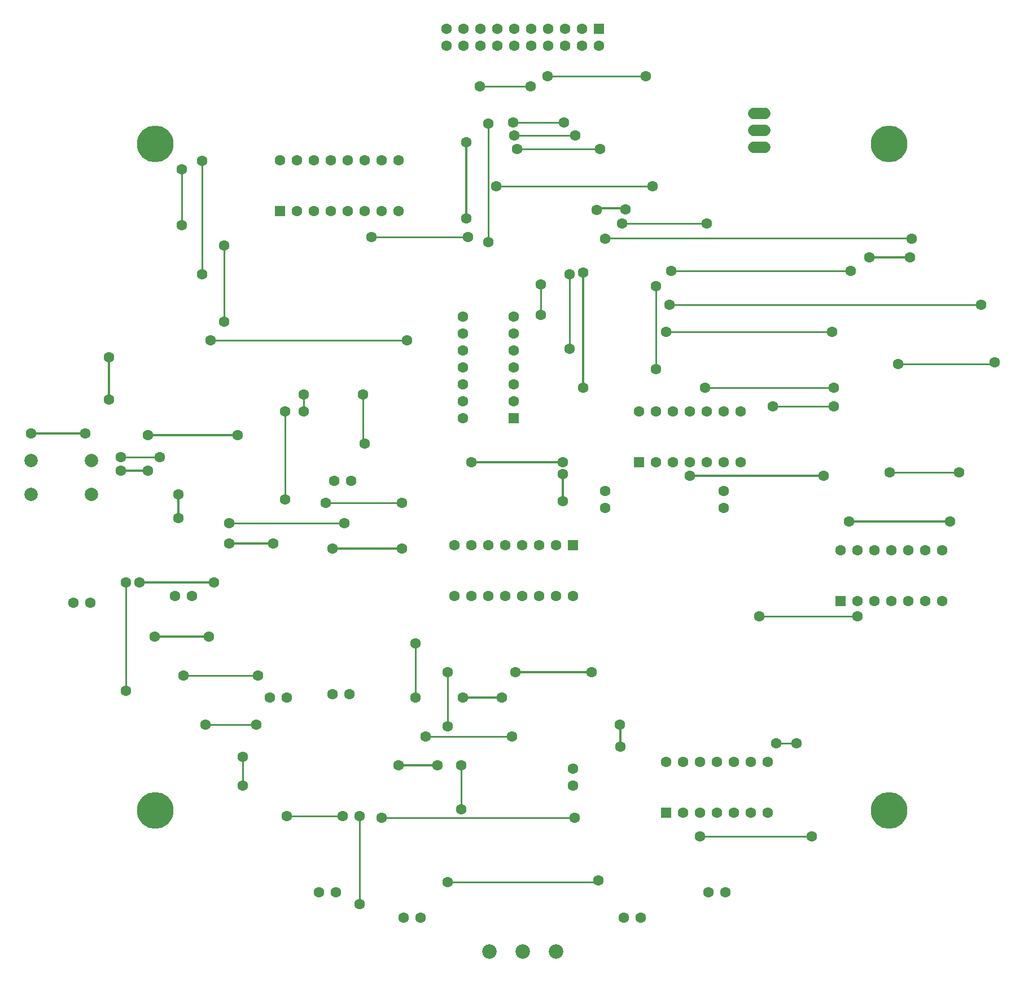
<source format=gbr>
G04 EAGLE Gerber RS-274X export*
G75*
%MOMM*%
%FSLAX34Y34*%
%LPD*%
%INTop Copper*%
%IPPOS*%
%AMOC8*
5,1,8,0,0,1.08239X$1,22.5*%
G01*
%ADD10C,1.600000*%
%ADD11C,1.676400*%
%ADD12R,1.600000X1.600000*%
%ADD13C,2.184400*%
%ADD14C,2.000000*%
%ADD15C,0.300000*%
%ADD16C,0.254000*%
%ADD17C,5.500000*%


D10*
X876300Y363220D03*
X876300Y337820D03*
X518160Y795020D03*
X543560Y795020D03*
X421640Y469900D03*
X447040Y469900D03*
X515620Y474980D03*
X541020Y474980D03*
X152400Y612140D03*
X127000Y612140D03*
X279400Y622300D03*
X304800Y622300D03*
X924560Y779780D03*
X924560Y754380D03*
X1102360Y779780D03*
X1102360Y754380D03*
X495300Y177800D03*
X520700Y177800D03*
X622300Y139700D03*
X647700Y139700D03*
X952500Y139700D03*
X977900Y139700D03*
X1079500Y177800D03*
X1104900Y177800D03*
D11*
X1147318Y1295400D02*
X1164082Y1295400D01*
X1164082Y1320800D02*
X1147318Y1320800D01*
X1147318Y1346200D02*
X1164082Y1346200D01*
D12*
X436466Y1199729D03*
D10*
X461866Y1199729D03*
X487266Y1199729D03*
X512666Y1199729D03*
X538066Y1199729D03*
X563466Y1199729D03*
X588866Y1199729D03*
X614266Y1199729D03*
X614266Y1275929D03*
X588866Y1275929D03*
X563466Y1275929D03*
X538066Y1275929D03*
X512666Y1275929D03*
X487266Y1275929D03*
X461866Y1275929D03*
X436466Y1275929D03*
D12*
X1277620Y614680D03*
D10*
X1303020Y614680D03*
X1328420Y614680D03*
X1353820Y614680D03*
X1379220Y614680D03*
X1404620Y614680D03*
X1430020Y614680D03*
X1430020Y690880D03*
X1404620Y690880D03*
X1379220Y690880D03*
X1353820Y690880D03*
X1328420Y690880D03*
X1303020Y690880D03*
X1277620Y690880D03*
D12*
X876300Y698500D03*
D10*
X850900Y698500D03*
X825500Y698500D03*
X800100Y698500D03*
X774700Y698500D03*
X749300Y698500D03*
X723900Y698500D03*
X698500Y698500D03*
X698500Y622300D03*
X723900Y622300D03*
X749300Y622300D03*
X774700Y622300D03*
X800100Y622300D03*
X825500Y622300D03*
X850900Y622300D03*
X876300Y622300D03*
D12*
X1016000Y297180D03*
D10*
X1041400Y297180D03*
X1066800Y297180D03*
X1092200Y297180D03*
X1117600Y297180D03*
X1143000Y297180D03*
X1168400Y297180D03*
X1168400Y373380D03*
X1143000Y373380D03*
X1117600Y373380D03*
X1092200Y373380D03*
X1066800Y373380D03*
X1041400Y373380D03*
X1016000Y373380D03*
D12*
X787400Y889000D03*
D10*
X787400Y914400D03*
X787400Y939800D03*
X787400Y965200D03*
X787400Y990600D03*
X787400Y1016000D03*
X787400Y1041400D03*
X711200Y1041400D03*
X711200Y1016000D03*
X711200Y990600D03*
X711200Y965200D03*
X711200Y939800D03*
X711200Y914400D03*
X711200Y889000D03*
D12*
X975360Y822960D03*
D10*
X1000760Y822960D03*
X1026160Y822960D03*
X1051560Y822960D03*
X1076960Y822960D03*
X1102360Y822960D03*
X1127760Y822960D03*
X1127760Y899160D03*
X1102360Y899160D03*
X1076960Y899160D03*
X1051560Y899160D03*
X1026160Y899160D03*
X1000760Y899160D03*
X975360Y899160D03*
D13*
X750619Y88863D03*
X800619Y88863D03*
X850619Y88863D03*
D14*
X63500Y825500D03*
X63500Y774700D03*
D12*
X915060Y1473200D03*
D10*
X915060Y1447800D03*
X889660Y1473200D03*
X889660Y1447800D03*
X864260Y1473200D03*
X864260Y1447800D03*
X838860Y1473200D03*
X838860Y1447800D03*
X813460Y1473200D03*
X813460Y1447800D03*
X788060Y1473200D03*
X788060Y1447800D03*
X762660Y1473200D03*
X762660Y1447800D03*
X737260Y1473200D03*
X737260Y1447800D03*
X711860Y1473200D03*
X711860Y1447800D03*
X686460Y1473200D03*
X686460Y1447800D03*
D14*
X153852Y825500D03*
X153852Y774700D03*
D10*
X284480Y739140D03*
D15*
X284480Y774700D01*
D10*
X284480Y774700D03*
X180340Y916940D03*
D15*
X180340Y980440D01*
D10*
X180340Y980440D03*
X716280Y1303020D03*
D15*
X716280Y1188720D01*
D10*
X716280Y1188720D03*
X789940Y508000D03*
D15*
X904240Y508000D01*
D10*
X904240Y508000D03*
X723900Y822960D03*
D15*
X861060Y822960D01*
D10*
X861060Y822960D03*
X1320800Y1130300D03*
D15*
X1381760Y1130300D01*
D10*
X1381760Y1130300D03*
X1290320Y734060D03*
D15*
X1441830Y734060D01*
D10*
X1441830Y734060D03*
X1051560Y802640D03*
D15*
X1252220Y802640D01*
D10*
X1252220Y802640D03*
X947420Y396240D03*
D15*
X947420Y427798D01*
X946689Y428529D01*
D10*
X946689Y428529D03*
X614680Y368300D03*
D15*
X673100Y368300D01*
D10*
X673100Y368300D03*
X426720Y701040D03*
D15*
X360680Y701040D01*
D10*
X360680Y701040D03*
X238760Y810260D03*
D15*
X198120Y810260D01*
D10*
X198120Y810260D03*
X144780Y866140D03*
D15*
X63500Y866140D01*
D10*
X63500Y866140D03*
X226060Y642620D03*
D15*
X337820Y642620D01*
D10*
X337820Y642620D03*
X373380Y863600D03*
D15*
X238760Y863600D01*
D10*
X238760Y863600D03*
X515620Y693420D03*
D15*
X619760Y693420D01*
D10*
X619760Y693420D03*
X861060Y764540D03*
D15*
X861060Y805180D01*
D10*
X861060Y805180D03*
X955358Y1202180D03*
D15*
X953578Y1203960D01*
X914400Y1203960D01*
X911860Y1201420D01*
D10*
X911860Y1201420D03*
X891540Y1107440D03*
D15*
X891540Y934720D01*
D10*
X891540Y934720D03*
X711200Y469900D03*
D15*
X769620Y469900D01*
D10*
X769620Y469900D03*
X248920Y561340D03*
D15*
X330200Y561340D01*
D10*
X330200Y561340D03*
X655320Y411480D03*
D16*
X784860Y411480D01*
D10*
X784860Y411480D03*
X708660Y368300D03*
D16*
X708660Y302260D01*
D10*
X708660Y302260D03*
X1000760Y962660D03*
D16*
X1000760Y1087120D01*
D10*
X1000760Y1087120D03*
X1023620Y1109980D03*
D16*
X1292860Y1109980D01*
D10*
X1292860Y1109980D03*
X688340Y426720D03*
D16*
X688340Y508000D01*
D10*
X688340Y508000D03*
X838200Y1402080D03*
D16*
X985520Y1402080D01*
D10*
X985520Y1402080D03*
X1181100Y401320D03*
D16*
X1211580Y401320D01*
D10*
X1211580Y401320D03*
X1066800Y261620D03*
D16*
X1234440Y261620D01*
D10*
X1234440Y261620D03*
X627380Y1005840D03*
X332740Y1005840D03*
D16*
X627380Y1005840D01*
D10*
X530860Y292100D03*
D16*
X447040Y292100D01*
D10*
X447040Y292100D03*
X736600Y1386840D03*
D16*
X812800Y1386840D01*
D10*
X812800Y1386840D03*
X916940Y1292860D03*
D16*
X792480Y1292860D01*
D10*
X792480Y1292860D03*
X879500Y1312520D03*
D16*
X788202Y1312520D01*
X788131Y1312449D01*
D10*
X788131Y1312449D03*
X786130Y1332230D03*
X862990Y1332230D03*
D16*
X786130Y1332230D01*
D10*
X1176020Y906780D03*
D16*
X1267460Y906780D01*
D10*
X1267460Y906780D03*
X556260Y292100D03*
D16*
X556260Y160020D01*
D10*
X556260Y160020D03*
X1488440Y1059180D03*
D16*
X1021080Y1059180D01*
D10*
X1021080Y1059180D03*
X878840Y289560D03*
D16*
X589280Y289560D01*
D10*
X589280Y289560D03*
X1384300Y1158240D03*
X924560Y1158240D03*
D16*
X1383410Y1159130D02*
X1384300Y1158240D01*
X1383410Y1159130D02*
X925450Y1159130D01*
X924560Y1158240D01*
D10*
X688340Y193040D03*
D16*
X911860Y193040D01*
X914400Y195580D01*
D10*
X914400Y195580D03*
X749300Y1330960D03*
D16*
X749300Y1153160D01*
D10*
X749300Y1153160D03*
X640080Y551180D03*
D16*
X640080Y469900D01*
D10*
X640080Y469900D03*
X472440Y899160D03*
D16*
X472440Y924560D01*
D10*
X472440Y924560D03*
X444500Y899160D03*
D16*
X444500Y767080D01*
D10*
X444500Y767080D03*
X505460Y762000D03*
X619760Y762000D03*
D16*
X505460Y762000D01*
D10*
X320040Y1104900D03*
D16*
X320040Y1275080D01*
D10*
X320040Y1275080D03*
X563880Y850900D03*
D16*
X561340Y853440D01*
X561340Y924560D01*
D10*
X561340Y924560D03*
X403860Y502920D03*
X292100Y502920D03*
D16*
X403860Y502920D01*
D10*
X401320Y429260D03*
D16*
X325120Y429260D01*
D10*
X325120Y429260D03*
X871220Y1104900D03*
D16*
X871220Y993140D01*
D10*
X871220Y993140D03*
X1074420Y934720D03*
D16*
X1267460Y934720D01*
D10*
X1267460Y934720D03*
X1264920Y1018540D03*
D16*
X1016000Y1018540D01*
D10*
X1016000Y1018540D03*
X828040Y1043940D03*
D16*
X828040Y1089660D01*
D10*
X828040Y1089660D03*
X1351280Y807720D03*
D16*
X1455420Y807720D01*
D10*
X1455420Y807720D03*
X1155700Y591820D03*
D16*
X1303020Y591820D01*
D10*
X1303020Y591820D03*
X205740Y642620D03*
D16*
X205740Y480060D01*
D10*
X205740Y480060D03*
X1508760Y972820D03*
D16*
X1506220Y970280D01*
X1363980Y970280D01*
D10*
X1363980Y970280D03*
X289560Y1178560D03*
D16*
X289560Y1262380D01*
D10*
X289560Y1262380D03*
X949960Y1181100D03*
D16*
X1076960Y1181100D01*
D10*
X1076960Y1181100D03*
X761110Y1236980D03*
D16*
X995680Y1236980D01*
D10*
X995680Y1236980D03*
X353060Y1033780D03*
D16*
X353060Y1148080D01*
D10*
X353060Y1148080D03*
X381000Y381000D03*
D16*
X381000Y337820D01*
D10*
X381000Y337820D03*
X574040Y1160780D03*
D16*
X718820Y1160780D01*
D10*
X718820Y1160780D03*
D17*
X250000Y1300000D03*
X1350000Y1300000D03*
X250000Y300000D03*
X1350000Y300000D03*
D10*
X533400Y731520D03*
X198120Y830580D03*
D16*
X256540Y830580D01*
D10*
X256540Y830580D03*
X360680Y731520D03*
D16*
X533400Y731520D01*
M02*

</source>
